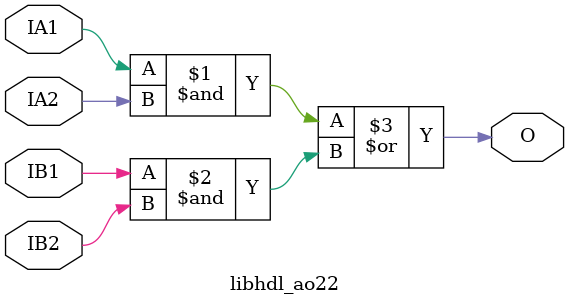
<source format=v>
`include "libhdl_timescale.vh"

module libhdl_ao22
(   output wire O,
    input  wire IA1,
    input  wire IA2,
    input  wire IB1,
    input  wire IB2);

assign O = (IA1 & IA2) | (IB1 & IB2);

endmodule

</source>
